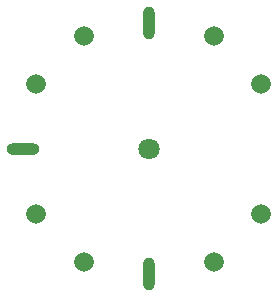
<source format=gbr>
%TF.GenerationSoftware,KiCad,Pcbnew,(5.1.9)-1*%
%TF.CreationDate,2022-12-31T23:17:31-05:00*%
%TF.ProjectId,seamaster-face,7365616d-6173-4746-9572-2d666163652e,rev?*%
%TF.SameCoordinates,Original*%
%TF.FileFunction,Soldermask,Bot*%
%TF.FilePolarity,Negative*%
%FSLAX46Y46*%
G04 Gerber Fmt 4.6, Leading zero omitted, Abs format (unit mm)*
G04 Created by KiCad (PCBNEW (5.1.9)-1) date 2022-12-31 23:17:31*
%MOMM*%
%LPD*%
G01*
G04 APERTURE LIST*
%ADD10C,1.800000*%
%ADD11O,0.980000X2.810000*%
%ADD12O,2.810000X0.980000*%
%ADD13C,1.660000*%
G04 APERTURE END LIST*
D10*
%TO.C,SeaMasterFace*%
X148043300Y-76494200D03*
D11*
X148023300Y-87104200D03*
D12*
X137403300Y-76484200D03*
D13*
X157565100Y-81991082D03*
X153533300Y-86024200D03*
X142516418Y-86026000D03*
X138483300Y-81994200D03*
X138481500Y-70977318D03*
X142513300Y-66944200D03*
D11*
X148023300Y-65864200D03*
D13*
X153530182Y-66942400D03*
X157563300Y-70974200D03*
%TD*%
M02*

</source>
